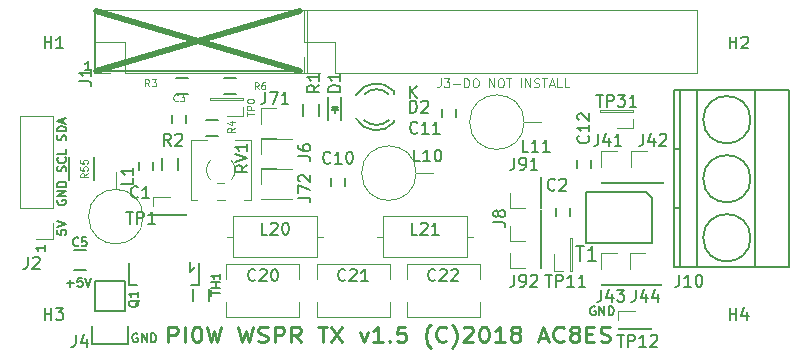
<source format=gbr>
G04 #@! TF.FileFunction,Legend,Top*
%FSLAX46Y46*%
G04 Gerber Fmt 4.6, Leading zero omitted, Abs format (unit mm)*
G04 Created by KiCad (PCBNEW 4.0.6) date Sunday, December 16, 2018 'PMt' 05:25:45 PM*
%MOMM*%
%LPD*%
G01*
G04 APERTURE LIST*
%ADD10C,0.100000*%
%ADD11C,0.500000*%
%ADD12C,0.150000*%
%ADD13C,0.190500*%
%ADD14C,0.125000*%
%ADD15C,0.187500*%
%ADD16C,0.254000*%
%ADD17C,0.120000*%
%ADD18C,0.090000*%
G04 APERTURE END LIST*
D10*
D11*
X103000000Y-61700000D02*
X85700000Y-66800000D01*
X85700000Y-61700000D02*
X103000000Y-66800000D01*
D12*
X85598000Y-66802000D02*
X85598000Y-61849000D01*
X103124000Y-66802000D02*
X85598000Y-66802000D01*
D13*
X89208428Y-89027000D02*
X89135857Y-88990714D01*
X89027000Y-88990714D01*
X88918143Y-89027000D01*
X88845571Y-89099571D01*
X88809286Y-89172143D01*
X88773000Y-89317286D01*
X88773000Y-89426143D01*
X88809286Y-89571286D01*
X88845571Y-89643857D01*
X88918143Y-89716429D01*
X89027000Y-89752714D01*
X89099571Y-89752714D01*
X89208428Y-89716429D01*
X89244714Y-89680143D01*
X89244714Y-89426143D01*
X89099571Y-89426143D01*
X89571286Y-89752714D02*
X89571286Y-88990714D01*
X90006714Y-89752714D01*
X90006714Y-88990714D01*
X90369572Y-89752714D02*
X90369572Y-88990714D01*
X90551000Y-88990714D01*
X90659857Y-89027000D01*
X90732429Y-89099571D01*
X90768714Y-89172143D01*
X90805000Y-89317286D01*
X90805000Y-89426143D01*
X90768714Y-89571286D01*
X90732429Y-89643857D01*
X90659857Y-89716429D01*
X90551000Y-89752714D01*
X90369572Y-89752714D01*
X83221286Y-84763429D02*
X83801857Y-84763429D01*
X83511571Y-85053714D02*
X83511571Y-84473143D01*
X84527572Y-84291714D02*
X84164715Y-84291714D01*
X84128429Y-84654571D01*
X84164715Y-84618286D01*
X84237286Y-84582000D01*
X84418715Y-84582000D01*
X84491286Y-84618286D01*
X84527572Y-84654571D01*
X84563857Y-84727143D01*
X84563857Y-84908571D01*
X84527572Y-84981143D01*
X84491286Y-85017429D01*
X84418715Y-85053714D01*
X84237286Y-85053714D01*
X84164715Y-85017429D01*
X84128429Y-84981143D01*
X84781571Y-84291714D02*
X85035571Y-85053714D01*
X85289571Y-84291714D01*
D12*
X127952572Y-86747000D02*
X127881143Y-86711286D01*
X127774000Y-86711286D01*
X127666857Y-86747000D01*
X127595429Y-86818429D01*
X127559714Y-86889857D01*
X127524000Y-87032714D01*
X127524000Y-87139857D01*
X127559714Y-87282714D01*
X127595429Y-87354143D01*
X127666857Y-87425571D01*
X127774000Y-87461286D01*
X127845429Y-87461286D01*
X127952572Y-87425571D01*
X127988286Y-87389857D01*
X127988286Y-87139857D01*
X127845429Y-87139857D01*
X128309714Y-87461286D02*
X128309714Y-86711286D01*
X128738286Y-87461286D01*
X128738286Y-86711286D01*
X129095428Y-87461286D02*
X129095428Y-86711286D01*
X129274000Y-86711286D01*
X129381143Y-86747000D01*
X129452571Y-86818429D01*
X129488286Y-86889857D01*
X129524000Y-87032714D01*
X129524000Y-87139857D01*
X129488286Y-87282714D01*
X129452571Y-87354143D01*
X129381143Y-87425571D01*
X129274000Y-87461286D01*
X129095428Y-87461286D01*
D14*
X114874142Y-67407286D02*
X114874142Y-67943000D01*
X114838428Y-68050143D01*
X114766999Y-68121571D01*
X114659856Y-68157286D01*
X114588428Y-68157286D01*
X115159857Y-67407286D02*
X115624143Y-67407286D01*
X115374143Y-67693000D01*
X115481285Y-67693000D01*
X115552714Y-67728714D01*
X115588428Y-67764429D01*
X115624143Y-67835857D01*
X115624143Y-68014429D01*
X115588428Y-68085857D01*
X115552714Y-68121571D01*
X115481285Y-68157286D01*
X115267000Y-68157286D01*
X115195571Y-68121571D01*
X115159857Y-68085857D01*
X115945571Y-67871571D02*
X116517000Y-67871571D01*
X116874142Y-68157286D02*
X116874142Y-67407286D01*
X117052714Y-67407286D01*
X117159857Y-67443000D01*
X117231285Y-67514429D01*
X117267000Y-67585857D01*
X117302714Y-67728714D01*
X117302714Y-67835857D01*
X117267000Y-67978714D01*
X117231285Y-68050143D01*
X117159857Y-68121571D01*
X117052714Y-68157286D01*
X116874142Y-68157286D01*
X117767000Y-67407286D02*
X117909857Y-67407286D01*
X117981285Y-67443000D01*
X118052714Y-67514429D01*
X118088428Y-67657286D01*
X118088428Y-67907286D01*
X118052714Y-68050143D01*
X117981285Y-68121571D01*
X117909857Y-68157286D01*
X117767000Y-68157286D01*
X117695571Y-68121571D01*
X117624142Y-68050143D01*
X117588428Y-67907286D01*
X117588428Y-67657286D01*
X117624142Y-67514429D01*
X117695571Y-67443000D01*
X117767000Y-67407286D01*
X118981285Y-68157286D02*
X118981285Y-67407286D01*
X119409857Y-68157286D01*
X119409857Y-67407286D01*
X119909857Y-67407286D02*
X120052714Y-67407286D01*
X120124142Y-67443000D01*
X120195571Y-67514429D01*
X120231285Y-67657286D01*
X120231285Y-67907286D01*
X120195571Y-68050143D01*
X120124142Y-68121571D01*
X120052714Y-68157286D01*
X119909857Y-68157286D01*
X119838428Y-68121571D01*
X119766999Y-68050143D01*
X119731285Y-67907286D01*
X119731285Y-67657286D01*
X119766999Y-67514429D01*
X119838428Y-67443000D01*
X119909857Y-67407286D01*
X120445571Y-67407286D02*
X120874142Y-67407286D01*
X120659856Y-68157286D02*
X120659856Y-67407286D01*
X121695571Y-68157286D02*
X121695571Y-67407286D01*
X122052714Y-68157286D02*
X122052714Y-67407286D01*
X122481286Y-68157286D01*
X122481286Y-67407286D01*
X122802714Y-68121571D02*
X122909857Y-68157286D01*
X123088428Y-68157286D01*
X123159857Y-68121571D01*
X123195571Y-68085857D01*
X123231286Y-68014429D01*
X123231286Y-67943000D01*
X123195571Y-67871571D01*
X123159857Y-67835857D01*
X123088428Y-67800143D01*
X122945571Y-67764429D01*
X122874143Y-67728714D01*
X122838428Y-67693000D01*
X122802714Y-67621571D01*
X122802714Y-67550143D01*
X122838428Y-67478714D01*
X122874143Y-67443000D01*
X122945571Y-67407286D01*
X123124143Y-67407286D01*
X123231286Y-67443000D01*
X123445572Y-67407286D02*
X123874143Y-67407286D01*
X123659857Y-68157286D02*
X123659857Y-67407286D01*
X124088429Y-67943000D02*
X124445572Y-67943000D01*
X124017001Y-68157286D02*
X124267001Y-67407286D01*
X124517001Y-68157286D01*
X125124143Y-68157286D02*
X124767000Y-68157286D01*
X124767000Y-67407286D01*
X125731286Y-68157286D02*
X125374143Y-68157286D01*
X125374143Y-67407286D01*
D15*
X81387905Y-81559428D02*
X81387905Y-82016571D01*
X81387905Y-81788000D02*
X80587905Y-81788000D01*
X80702190Y-81864190D01*
X80778381Y-81940381D01*
X80816476Y-82016571D01*
X85210286Y-66723286D02*
X84781714Y-66723286D01*
X84996000Y-66723286D02*
X84996000Y-65973286D01*
X84924571Y-66080429D01*
X84853143Y-66151857D01*
X84781714Y-66187571D01*
X82407286Y-80253858D02*
X82407286Y-80611001D01*
X82764429Y-80646715D01*
X82728714Y-80611001D01*
X82693000Y-80539572D01*
X82693000Y-80361001D01*
X82728714Y-80289572D01*
X82764429Y-80253858D01*
X82835857Y-80218143D01*
X83014429Y-80218143D01*
X83085857Y-80253858D01*
X83121571Y-80289572D01*
X83157286Y-80361001D01*
X83157286Y-80539572D01*
X83121571Y-80611001D01*
X83085857Y-80646715D01*
X82407286Y-80003857D02*
X83157286Y-79753857D01*
X82407286Y-79503857D01*
X82443000Y-77718142D02*
X82407286Y-77789571D01*
X82407286Y-77896714D01*
X82443000Y-78003857D01*
X82514429Y-78075285D01*
X82585857Y-78111000D01*
X82728714Y-78146714D01*
X82835857Y-78146714D01*
X82978714Y-78111000D01*
X83050143Y-78075285D01*
X83121571Y-78003857D01*
X83157286Y-77896714D01*
X83157286Y-77825285D01*
X83121571Y-77718142D01*
X83085857Y-77682428D01*
X82835857Y-77682428D01*
X82835857Y-77825285D01*
X83157286Y-77361000D02*
X82407286Y-77361000D01*
X83157286Y-76932428D01*
X82407286Y-76932428D01*
X83157286Y-76575286D02*
X82407286Y-76575286D01*
X82407286Y-76396714D01*
X82443000Y-76289571D01*
X82514429Y-76218143D01*
X82585857Y-76182428D01*
X82728714Y-76146714D01*
X82835857Y-76146714D01*
X82978714Y-76182428D01*
X83050143Y-76218143D01*
X83121571Y-76289571D01*
X83157286Y-76396714D01*
X83157286Y-76575286D01*
X83121571Y-75289571D02*
X83157286Y-75182428D01*
X83157286Y-75003857D01*
X83121571Y-74932428D01*
X83085857Y-74896714D01*
X83014429Y-74860999D01*
X82943000Y-74860999D01*
X82871571Y-74896714D01*
X82835857Y-74932428D01*
X82800143Y-75003857D01*
X82764429Y-75146714D01*
X82728714Y-75218142D01*
X82693000Y-75253857D01*
X82621571Y-75289571D01*
X82550143Y-75289571D01*
X82478714Y-75253857D01*
X82443000Y-75218142D01*
X82407286Y-75146714D01*
X82407286Y-74968142D01*
X82443000Y-74860999D01*
X83085857Y-74110999D02*
X83121571Y-74146713D01*
X83157286Y-74253856D01*
X83157286Y-74325285D01*
X83121571Y-74432428D01*
X83050143Y-74503856D01*
X82978714Y-74539571D01*
X82835857Y-74575285D01*
X82728714Y-74575285D01*
X82585857Y-74539571D01*
X82514429Y-74503856D01*
X82443000Y-74432428D01*
X82407286Y-74325285D01*
X82407286Y-74253856D01*
X82443000Y-74146713D01*
X82478714Y-74110999D01*
X83157286Y-73432428D02*
X83157286Y-73789571D01*
X82407286Y-73789571D01*
X83121571Y-72646713D02*
X83157286Y-72539570D01*
X83157286Y-72360999D01*
X83121571Y-72289570D01*
X83085857Y-72253856D01*
X83014429Y-72218141D01*
X82943000Y-72218141D01*
X82871571Y-72253856D01*
X82835857Y-72289570D01*
X82800143Y-72360999D01*
X82764429Y-72503856D01*
X82728714Y-72575284D01*
X82693000Y-72610999D01*
X82621571Y-72646713D01*
X82550143Y-72646713D01*
X82478714Y-72610999D01*
X82443000Y-72575284D01*
X82407286Y-72503856D01*
X82407286Y-72325284D01*
X82443000Y-72218141D01*
X83157286Y-71896713D02*
X82407286Y-71896713D01*
X82407286Y-71718141D01*
X82443000Y-71610998D01*
X82514429Y-71539570D01*
X82585857Y-71503855D01*
X82728714Y-71468141D01*
X82835857Y-71468141D01*
X82978714Y-71503855D01*
X83050143Y-71539570D01*
X83121571Y-71610998D01*
X83157286Y-71718141D01*
X83157286Y-71896713D01*
X82943000Y-71182427D02*
X82943000Y-70825284D01*
X83157286Y-71253855D02*
X82407286Y-71003855D01*
X83157286Y-70753855D01*
D16*
X91823334Y-89742095D02*
X91823334Y-88442095D01*
X92356668Y-88442095D01*
X92490001Y-88504000D01*
X92556668Y-88565905D01*
X92623334Y-88689714D01*
X92623334Y-88875429D01*
X92556668Y-88999238D01*
X92490001Y-89061143D01*
X92356668Y-89123048D01*
X91823334Y-89123048D01*
X93223334Y-89742095D02*
X93223334Y-88442095D01*
X94156668Y-88442095D02*
X94290001Y-88442095D01*
X94423335Y-88504000D01*
X94490001Y-88565905D01*
X94556668Y-88689714D01*
X94623335Y-88937333D01*
X94623335Y-89246857D01*
X94556668Y-89494476D01*
X94490001Y-89618286D01*
X94423335Y-89680190D01*
X94290001Y-89742095D01*
X94156668Y-89742095D01*
X94023335Y-89680190D01*
X93956668Y-89618286D01*
X93890001Y-89494476D01*
X93823335Y-89246857D01*
X93823335Y-88937333D01*
X93890001Y-88689714D01*
X93956668Y-88565905D01*
X94023335Y-88504000D01*
X94156668Y-88442095D01*
X95090001Y-88442095D02*
X95423334Y-89742095D01*
X95690001Y-88813524D01*
X95956668Y-89742095D01*
X96290001Y-88442095D01*
X97756668Y-88442095D02*
X98090001Y-89742095D01*
X98356668Y-88813524D01*
X98623335Y-89742095D01*
X98956668Y-88442095D01*
X99423335Y-89680190D02*
X99623335Y-89742095D01*
X99956668Y-89742095D01*
X100090001Y-89680190D01*
X100156668Y-89618286D01*
X100223335Y-89494476D01*
X100223335Y-89370667D01*
X100156668Y-89246857D01*
X100090001Y-89184952D01*
X99956668Y-89123048D01*
X99690001Y-89061143D01*
X99556668Y-88999238D01*
X99490001Y-88937333D01*
X99423335Y-88813524D01*
X99423335Y-88689714D01*
X99490001Y-88565905D01*
X99556668Y-88504000D01*
X99690001Y-88442095D01*
X100023335Y-88442095D01*
X100223335Y-88504000D01*
X100823334Y-89742095D02*
X100823334Y-88442095D01*
X101356668Y-88442095D01*
X101490001Y-88504000D01*
X101556668Y-88565905D01*
X101623334Y-88689714D01*
X101623334Y-88875429D01*
X101556668Y-88999238D01*
X101490001Y-89061143D01*
X101356668Y-89123048D01*
X100823334Y-89123048D01*
X103023334Y-89742095D02*
X102556668Y-89123048D01*
X102223334Y-89742095D02*
X102223334Y-88442095D01*
X102756668Y-88442095D01*
X102890001Y-88504000D01*
X102956668Y-88565905D01*
X103023334Y-88689714D01*
X103023334Y-88875429D01*
X102956668Y-88999238D01*
X102890001Y-89061143D01*
X102756668Y-89123048D01*
X102223334Y-89123048D01*
X104490001Y-88442095D02*
X105290001Y-88442095D01*
X104890001Y-89742095D02*
X104890001Y-88442095D01*
X105623335Y-88442095D02*
X106556668Y-89742095D01*
X106556668Y-88442095D02*
X105623335Y-89742095D01*
X108023335Y-88875429D02*
X108356668Y-89742095D01*
X108690002Y-88875429D01*
X109956669Y-89742095D02*
X109156669Y-89742095D01*
X109556669Y-89742095D02*
X109556669Y-88442095D01*
X109423335Y-88627810D01*
X109290002Y-88751619D01*
X109156669Y-88813524D01*
X110556668Y-89618286D02*
X110623335Y-89680190D01*
X110556668Y-89742095D01*
X110490002Y-89680190D01*
X110556668Y-89618286D01*
X110556668Y-89742095D01*
X111890002Y-88442095D02*
X111223335Y-88442095D01*
X111156669Y-89061143D01*
X111223335Y-88999238D01*
X111356669Y-88937333D01*
X111690002Y-88937333D01*
X111823335Y-88999238D01*
X111890002Y-89061143D01*
X111956669Y-89184952D01*
X111956669Y-89494476D01*
X111890002Y-89618286D01*
X111823335Y-89680190D01*
X111690002Y-89742095D01*
X111356669Y-89742095D01*
X111223335Y-89680190D01*
X111156669Y-89618286D01*
X114023335Y-90237333D02*
X113956669Y-90175429D01*
X113823335Y-89989714D01*
X113756669Y-89865905D01*
X113690002Y-89680190D01*
X113623335Y-89370667D01*
X113623335Y-89123048D01*
X113690002Y-88813524D01*
X113756669Y-88627810D01*
X113823335Y-88504000D01*
X113956669Y-88318286D01*
X114023335Y-88256381D01*
X115356668Y-89618286D02*
X115290002Y-89680190D01*
X115090002Y-89742095D01*
X114956668Y-89742095D01*
X114756668Y-89680190D01*
X114623335Y-89556381D01*
X114556668Y-89432571D01*
X114490002Y-89184952D01*
X114490002Y-88999238D01*
X114556668Y-88751619D01*
X114623335Y-88627810D01*
X114756668Y-88504000D01*
X114956668Y-88442095D01*
X115090002Y-88442095D01*
X115290002Y-88504000D01*
X115356668Y-88565905D01*
X115823335Y-90237333D02*
X115890002Y-90175429D01*
X116023335Y-89989714D01*
X116090002Y-89865905D01*
X116156668Y-89680190D01*
X116223335Y-89370667D01*
X116223335Y-89123048D01*
X116156668Y-88813524D01*
X116090002Y-88627810D01*
X116023335Y-88504000D01*
X115890002Y-88318286D01*
X115823335Y-88256381D01*
X116823335Y-88565905D02*
X116890001Y-88504000D01*
X117023335Y-88442095D01*
X117356668Y-88442095D01*
X117490001Y-88504000D01*
X117556668Y-88565905D01*
X117623335Y-88689714D01*
X117623335Y-88813524D01*
X117556668Y-88999238D01*
X116756668Y-89742095D01*
X117623335Y-89742095D01*
X118490001Y-88442095D02*
X118623334Y-88442095D01*
X118756668Y-88504000D01*
X118823334Y-88565905D01*
X118890001Y-88689714D01*
X118956668Y-88937333D01*
X118956668Y-89246857D01*
X118890001Y-89494476D01*
X118823334Y-89618286D01*
X118756668Y-89680190D01*
X118623334Y-89742095D01*
X118490001Y-89742095D01*
X118356668Y-89680190D01*
X118290001Y-89618286D01*
X118223334Y-89494476D01*
X118156668Y-89246857D01*
X118156668Y-88937333D01*
X118223334Y-88689714D01*
X118290001Y-88565905D01*
X118356668Y-88504000D01*
X118490001Y-88442095D01*
X120290001Y-89742095D02*
X119490001Y-89742095D01*
X119890001Y-89742095D02*
X119890001Y-88442095D01*
X119756667Y-88627810D01*
X119623334Y-88751619D01*
X119490001Y-88813524D01*
X121090000Y-88999238D02*
X120956667Y-88937333D01*
X120890000Y-88875429D01*
X120823334Y-88751619D01*
X120823334Y-88689714D01*
X120890000Y-88565905D01*
X120956667Y-88504000D01*
X121090000Y-88442095D01*
X121356667Y-88442095D01*
X121490000Y-88504000D01*
X121556667Y-88565905D01*
X121623334Y-88689714D01*
X121623334Y-88751619D01*
X121556667Y-88875429D01*
X121490000Y-88937333D01*
X121356667Y-88999238D01*
X121090000Y-88999238D01*
X120956667Y-89061143D01*
X120890000Y-89123048D01*
X120823334Y-89246857D01*
X120823334Y-89494476D01*
X120890000Y-89618286D01*
X120956667Y-89680190D01*
X121090000Y-89742095D01*
X121356667Y-89742095D01*
X121490000Y-89680190D01*
X121556667Y-89618286D01*
X121623334Y-89494476D01*
X121623334Y-89246857D01*
X121556667Y-89123048D01*
X121490000Y-89061143D01*
X121356667Y-88999238D01*
X123223334Y-89370667D02*
X123890000Y-89370667D01*
X123090000Y-89742095D02*
X123556667Y-88442095D01*
X124023334Y-89742095D01*
X125290000Y-89618286D02*
X125223334Y-89680190D01*
X125023334Y-89742095D01*
X124890000Y-89742095D01*
X124690000Y-89680190D01*
X124556667Y-89556381D01*
X124490000Y-89432571D01*
X124423334Y-89184952D01*
X124423334Y-88999238D01*
X124490000Y-88751619D01*
X124556667Y-88627810D01*
X124690000Y-88504000D01*
X124890000Y-88442095D01*
X125023334Y-88442095D01*
X125223334Y-88504000D01*
X125290000Y-88565905D01*
X126090000Y-88999238D02*
X125956667Y-88937333D01*
X125890000Y-88875429D01*
X125823334Y-88751619D01*
X125823334Y-88689714D01*
X125890000Y-88565905D01*
X125956667Y-88504000D01*
X126090000Y-88442095D01*
X126356667Y-88442095D01*
X126490000Y-88504000D01*
X126556667Y-88565905D01*
X126623334Y-88689714D01*
X126623334Y-88751619D01*
X126556667Y-88875429D01*
X126490000Y-88937333D01*
X126356667Y-88999238D01*
X126090000Y-88999238D01*
X125956667Y-89061143D01*
X125890000Y-89123048D01*
X125823334Y-89246857D01*
X125823334Y-89494476D01*
X125890000Y-89618286D01*
X125956667Y-89680190D01*
X126090000Y-89742095D01*
X126356667Y-89742095D01*
X126490000Y-89680190D01*
X126556667Y-89618286D01*
X126623334Y-89494476D01*
X126623334Y-89246857D01*
X126556667Y-89123048D01*
X126490000Y-89061143D01*
X126356667Y-88999238D01*
X127223333Y-89061143D02*
X127690000Y-89061143D01*
X127890000Y-89742095D02*
X127223333Y-89742095D01*
X127223333Y-88442095D01*
X127890000Y-88442095D01*
X128423334Y-89680190D02*
X128623334Y-89742095D01*
X128956667Y-89742095D01*
X129090000Y-89680190D01*
X129156667Y-89618286D01*
X129223334Y-89494476D01*
X129223334Y-89370667D01*
X129156667Y-89246857D01*
X129090000Y-89184952D01*
X128956667Y-89123048D01*
X128690000Y-89061143D01*
X128556667Y-88999238D01*
X128490000Y-88937333D01*
X128423334Y-88813524D01*
X128423334Y-88689714D01*
X128490000Y-88565905D01*
X128556667Y-88504000D01*
X128690000Y-88442095D01*
X129023334Y-88442095D01*
X129223334Y-88504000D01*
D17*
X131004000Y-76200000D02*
X131004000Y-76260000D01*
X131004000Y-76260000D02*
X133664000Y-76260000D01*
X133664000Y-76260000D02*
X133664000Y-76200000D01*
X133664000Y-76200000D02*
X131004000Y-76200000D01*
X131004000Y-74930000D02*
X131004000Y-73600000D01*
X131004000Y-73600000D02*
X132334000Y-73600000D01*
X97292000Y-79106000D02*
X97292000Y-82526000D01*
X97292000Y-82526000D02*
X104412000Y-82526000D01*
X104412000Y-82526000D02*
X104412000Y-79106000D01*
X104412000Y-79106000D02*
X97292000Y-79106000D01*
X96752000Y-80816000D02*
X97292000Y-80816000D01*
X104952000Y-80816000D02*
X104412000Y-80816000D01*
X96736000Y-83128000D02*
X102856000Y-83128000D01*
X96736000Y-87648000D02*
X102856000Y-87648000D01*
X96736000Y-83128000D02*
X96736000Y-84392000D01*
X96736000Y-86384000D02*
X96736000Y-87648000D01*
X102856000Y-83128000D02*
X102856000Y-84392000D01*
X102856000Y-86384000D02*
X102856000Y-87648000D01*
X110556000Y-87648000D02*
X104436000Y-87648000D01*
X110556000Y-83128000D02*
X104436000Y-83128000D01*
X110556000Y-87648000D02*
X110556000Y-86384000D01*
X110556000Y-84392000D02*
X110556000Y-83128000D01*
X104436000Y-87648000D02*
X104436000Y-86384000D01*
X104436000Y-84392000D02*
X104436000Y-83128000D01*
X118176000Y-87648000D02*
X112056000Y-87648000D01*
X118176000Y-83128000D02*
X112056000Y-83128000D01*
X118176000Y-87648000D02*
X118176000Y-86384000D01*
X118176000Y-84392000D02*
X118176000Y-83128000D01*
X112056000Y-87648000D02*
X112056000Y-86384000D01*
X112056000Y-84392000D02*
X112056000Y-83128000D01*
X99635000Y-75057000D02*
X99635000Y-75117000D01*
X99635000Y-75117000D02*
X102295000Y-75117000D01*
X102295000Y-75117000D02*
X102295000Y-75057000D01*
X102295000Y-75057000D02*
X99635000Y-75057000D01*
X99635000Y-73787000D02*
X99635000Y-72457000D01*
X99635000Y-72457000D02*
X100965000Y-72457000D01*
X123317000Y-81213000D02*
X123377000Y-81213000D01*
X123377000Y-81213000D02*
X123377000Y-78553000D01*
X123377000Y-78553000D02*
X123317000Y-78553000D01*
X123317000Y-78553000D02*
X123317000Y-81213000D01*
X122047000Y-81213000D02*
X120717000Y-81213000D01*
X120717000Y-81213000D02*
X120717000Y-79883000D01*
X112800000Y-75438000D02*
G75*
G03X112800000Y-75438000I-2310000J0D01*
G01*
X112800000Y-75438000D02*
X114270000Y-75438000D01*
X121944000Y-71120000D02*
G75*
G03X121944000Y-71120000I-2310000J0D01*
G01*
X121944000Y-71120000D02*
X123414000Y-71120000D01*
X109992000Y-79106000D02*
X109992000Y-82526000D01*
X109992000Y-82526000D02*
X117112000Y-82526000D01*
X117112000Y-82526000D02*
X117112000Y-79106000D01*
X117112000Y-79106000D02*
X109992000Y-79106000D01*
X109452000Y-80816000D02*
X109992000Y-80816000D01*
X117652000Y-80816000D02*
X117112000Y-80816000D01*
X89686000Y-79121000D02*
G75*
G03X89686000Y-79121000I-2310000J0D01*
G01*
X87376000Y-76811000D02*
X87376000Y-75341000D01*
D12*
X141106000Y-80910000D02*
G75*
G03X141106000Y-80910000I-2000000J0D01*
G01*
X135106000Y-78410000D02*
X134606000Y-78410000D01*
X135106000Y-73410000D02*
X134606000Y-73410000D01*
X141106000Y-75910000D02*
G75*
G03X141106000Y-75910000I-2000000J0D01*
G01*
X141106000Y-70910000D02*
G75*
G03X141106000Y-70910000I-2000000J0D01*
G01*
X136606000Y-68410000D02*
X136606000Y-83410000D01*
X141506000Y-68410000D02*
X141506000Y-83410000D01*
X135106000Y-68410000D02*
X135106000Y-83410000D01*
X134606000Y-68410000D02*
X134606000Y-83410000D01*
X134606000Y-83410000D02*
X144406000Y-83410000D01*
X144406000Y-83410000D02*
X144406000Y-68410000D01*
X144406000Y-68410000D02*
X134606000Y-68410000D01*
D17*
X99635000Y-72517000D02*
X99635000Y-72577000D01*
X99635000Y-72577000D02*
X102295000Y-72577000D01*
X102295000Y-72577000D02*
X102295000Y-72517000D01*
X102295000Y-72517000D02*
X99635000Y-72517000D01*
X99635000Y-71247000D02*
X99635000Y-69917000D01*
X99635000Y-69917000D02*
X100965000Y-69917000D01*
X99635000Y-77597000D02*
X99635000Y-77657000D01*
X99635000Y-77657000D02*
X102295000Y-77657000D01*
X102295000Y-77657000D02*
X102295000Y-77597000D01*
X102295000Y-77597000D02*
X99635000Y-77597000D01*
X99635000Y-76327000D02*
X99635000Y-74997000D01*
X99635000Y-74997000D02*
X100965000Y-74997000D01*
X123317000Y-78419000D02*
X123377000Y-78419000D01*
X123377000Y-78419000D02*
X123377000Y-75759000D01*
X123377000Y-75759000D02*
X123317000Y-75759000D01*
X123317000Y-75759000D02*
X123317000Y-78419000D01*
X122047000Y-78419000D02*
X120717000Y-78419000D01*
X120717000Y-78419000D02*
X120717000Y-77089000D01*
D12*
X105368000Y-69004000D02*
X105368000Y-70904000D01*
X106468000Y-69004000D02*
X106468000Y-70904000D01*
X105918000Y-69904000D02*
X105918000Y-70354000D01*
X106168000Y-69854000D02*
X105668000Y-69854000D01*
X105918000Y-69854000D02*
X106168000Y-70104000D01*
X106168000Y-70104000D02*
X105668000Y-70104000D01*
X105668000Y-70104000D02*
X105918000Y-69854000D01*
X104561000Y-69604000D02*
X104561000Y-70604000D01*
X103211000Y-70604000D02*
X103211000Y-69604000D01*
D17*
X90558000Y-78867000D02*
X90558000Y-78987000D01*
X90558000Y-78987000D02*
X93338000Y-78987000D01*
X93338000Y-78987000D02*
X93338000Y-78867000D01*
X93338000Y-78867000D02*
X90558000Y-78867000D01*
X90558000Y-78232000D02*
X90558000Y-77477000D01*
X90558000Y-77477000D02*
X91948000Y-77477000D01*
X125857000Y-83686000D02*
X125977000Y-83686000D01*
X125977000Y-83686000D02*
X125977000Y-80906000D01*
X125977000Y-80906000D02*
X125857000Y-80906000D01*
X125857000Y-80906000D02*
X125857000Y-83686000D01*
X125222000Y-83686000D02*
X124467000Y-83686000D01*
X124467000Y-83686000D02*
X124467000Y-82296000D01*
X129928000Y-88519000D02*
X129928000Y-88639000D01*
X129928000Y-88639000D02*
X132708000Y-88639000D01*
X132708000Y-88639000D02*
X132708000Y-88519000D01*
X132708000Y-88519000D02*
X129928000Y-88519000D01*
X129928000Y-87884000D02*
X129928000Y-87129000D01*
X129928000Y-87129000D02*
X131318000Y-87129000D01*
X131184000Y-70231000D02*
X131184000Y-70111000D01*
X131184000Y-70111000D02*
X128404000Y-70111000D01*
X128404000Y-70111000D02*
X128404000Y-70231000D01*
X128404000Y-70231000D02*
X131184000Y-70231000D01*
X131184000Y-70866000D02*
X131184000Y-71621000D01*
X131184000Y-71621000D02*
X129794000Y-71621000D01*
X82040000Y-78350000D02*
X82040000Y-70610000D01*
X82040000Y-70610000D02*
X79260000Y-70610000D01*
X79260000Y-70610000D02*
X79260000Y-78350000D01*
X79260000Y-78350000D02*
X82040000Y-78350000D01*
X82040000Y-79620000D02*
X82040000Y-81010000D01*
X82040000Y-81010000D02*
X80650000Y-81010000D01*
X88186356Y-66977611D02*
X103546356Y-66977611D01*
X103546356Y-66977611D02*
X103546356Y-61657611D01*
X103546356Y-61657611D02*
X85526356Y-61657611D01*
X85526356Y-61657611D02*
X85526356Y-64317611D01*
X85526356Y-64317611D02*
X88186356Y-64317611D01*
X88186356Y-64317611D02*
X88186356Y-66977611D01*
X86916356Y-66977611D02*
X85526356Y-66977611D01*
X85526356Y-66977611D02*
X85526356Y-65587611D01*
D12*
X92623000Y-74176000D02*
X92623000Y-75176000D01*
X91273000Y-75176000D02*
X91273000Y-74176000D01*
D17*
X123317000Y-83499000D02*
X123377000Y-83499000D01*
X123377000Y-83499000D02*
X123377000Y-80839000D01*
X123377000Y-80839000D02*
X123317000Y-80839000D01*
X123317000Y-80839000D02*
X123317000Y-83499000D01*
X122047000Y-83499000D02*
X120717000Y-83499000D01*
X120717000Y-83499000D02*
X120717000Y-82169000D01*
X105966356Y-66977611D02*
X136566356Y-66977611D01*
X136566356Y-66977611D02*
X136566356Y-61657611D01*
X136566356Y-61657611D02*
X103306356Y-61657611D01*
X103306356Y-61657611D02*
X103306356Y-64317611D01*
X103306356Y-64317611D02*
X105966356Y-64317611D01*
X105966356Y-64317611D02*
X105966356Y-66977611D01*
X104696356Y-66977611D02*
X103306356Y-66977611D01*
X103306356Y-66977611D02*
X103306356Y-65587611D01*
D12*
X132788000Y-77507000D02*
X132296000Y-77015000D01*
X132296000Y-77015000D02*
X127209000Y-77015000D01*
X127209000Y-77015000D02*
X127209000Y-81315000D01*
X127209000Y-81315000D02*
X132788000Y-81315000D01*
X132788000Y-81315000D02*
X132788000Y-77507000D01*
D17*
X98164000Y-69215000D02*
X98164000Y-69095000D01*
X98164000Y-69095000D02*
X95384000Y-69095000D01*
X95384000Y-69095000D02*
X95384000Y-69215000D01*
X95384000Y-69215000D02*
X98164000Y-69215000D01*
X98164000Y-69850000D02*
X98164000Y-70605000D01*
X98164000Y-70605000D02*
X96774000Y-70605000D01*
X128464000Y-76200000D02*
X128464000Y-76260000D01*
X128464000Y-76260000D02*
X131124000Y-76260000D01*
X131124000Y-76260000D02*
X131124000Y-76200000D01*
X131124000Y-76200000D02*
X128464000Y-76200000D01*
X128464000Y-74930000D02*
X128464000Y-73600000D01*
X128464000Y-73600000D02*
X129794000Y-73600000D01*
X128464000Y-84836000D02*
X128464000Y-84896000D01*
X128464000Y-84896000D02*
X131124000Y-84896000D01*
X131124000Y-84896000D02*
X131124000Y-84836000D01*
X131124000Y-84836000D02*
X128464000Y-84836000D01*
X128464000Y-83566000D02*
X128464000Y-82236000D01*
X128464000Y-82236000D02*
X129794000Y-82236000D01*
X130877000Y-84836000D02*
X130877000Y-84896000D01*
X130877000Y-84896000D02*
X133537000Y-84896000D01*
X133537000Y-84896000D02*
X133537000Y-84836000D01*
X133537000Y-84836000D02*
X130877000Y-84836000D01*
X130877000Y-83566000D02*
X130877000Y-82236000D01*
X130877000Y-82236000D02*
X132207000Y-82236000D01*
D12*
X106772000Y-75850000D02*
X106772000Y-76550000D01*
X105572000Y-76550000D02*
X105572000Y-75850000D01*
X114970000Y-70708000D02*
X114970000Y-70008000D01*
X116170000Y-70008000D02*
X116170000Y-70708000D01*
X126400000Y-75026000D02*
X126400000Y-74326000D01*
X127600000Y-74326000D02*
X127600000Y-75026000D01*
X110943000Y-68536000D02*
X110943000Y-68736000D01*
X110943000Y-71130000D02*
X110943000Y-70950000D01*
X107715256Y-70819643D02*
G75*
G03X110943000Y-71136000I1727744J1003643D01*
G01*
X108390994Y-70949068D02*
G75*
G03X110494000Y-70950000I1052006J1133068D01*
G01*
X110930220Y-68509274D02*
G75*
G03X107693000Y-68856000I-1497220J-1306726D01*
G01*
X110456889Y-68736747D02*
G75*
G03X108409000Y-68756000I-1013889J-1079253D01*
G01*
X96004000Y-72303000D02*
X95004000Y-72303000D01*
X95004000Y-70953000D02*
X96004000Y-70953000D01*
X94039920Y-83365340D02*
X93791000Y-83665060D01*
X93791000Y-83665060D02*
X93689400Y-83814920D01*
X93689400Y-83814920D02*
X93689400Y-82966560D01*
X94390440Y-84866480D02*
X94390440Y-83065620D01*
X94390440Y-84866480D02*
X93740200Y-84866480D01*
X88516560Y-84866480D02*
X88516560Y-83065620D01*
X88516560Y-84866480D02*
X89166800Y-84866480D01*
X124622000Y-79090000D02*
X124622000Y-78390000D01*
X125822000Y-78390000D02*
X125822000Y-79090000D01*
X90516000Y-74453000D02*
X90516000Y-75153000D01*
X89316000Y-75153000D02*
X89316000Y-74453000D01*
X85598000Y-87122000D02*
X85598000Y-84582000D01*
X85318000Y-89942000D02*
X85318000Y-88392000D01*
X85598000Y-87122000D02*
X88138000Y-87122000D01*
X88418000Y-88392000D02*
X88418000Y-89942000D01*
X88418000Y-89942000D02*
X85318000Y-89942000D01*
X88138000Y-87122000D02*
X88138000Y-84582000D01*
X88138000Y-84582000D02*
X85598000Y-84582000D01*
X93310000Y-70516000D02*
X93310000Y-71216000D01*
X92110000Y-71216000D02*
X92110000Y-70516000D01*
D17*
X98826000Y-72624000D02*
X98826000Y-77744000D01*
X93706000Y-72624000D02*
X93706000Y-77744000D01*
X98826000Y-72624000D02*
X97446000Y-72624000D01*
X95086000Y-72624000D02*
X93706000Y-72624000D01*
X98826000Y-77744000D02*
X98246000Y-77744000D01*
X96586000Y-77744000D02*
X95946000Y-77744000D01*
X94286000Y-77744000D02*
X93706000Y-77744000D01*
X95381062Y-76009218D02*
G75*
G02X95056000Y-75184000I884938J825218D01*
G01*
X96600851Y-76342610D02*
G75*
G02X95936000Y-76344000I-334851J1158610D01*
G01*
X97155364Y-74364042D02*
G75*
G02X97146000Y-76014000I-889364J-819958D01*
G01*
X95049222Y-75205194D02*
G75*
G02X95376000Y-74354000I1216778J21194D01*
G01*
D12*
X84828000Y-81954000D02*
X83828000Y-81954000D01*
X83828000Y-83654000D02*
X84828000Y-83654000D01*
X83380000Y-76057000D02*
X83380000Y-74057000D01*
X85530000Y-74057000D02*
X85530000Y-76057000D01*
X93464000Y-68747000D02*
X92464000Y-68747000D01*
X92464000Y-67397000D02*
X93464000Y-67397000D01*
X96528000Y-67397000D02*
X97528000Y-67397000D01*
X97528000Y-68747000D02*
X96528000Y-68747000D01*
X93940000Y-86225000D02*
X93940000Y-85225000D01*
X95290000Y-85225000D02*
X95290000Y-86225000D01*
X132032477Y-72096381D02*
X132032477Y-72810667D01*
X131984857Y-72953524D01*
X131889619Y-73048762D01*
X131746762Y-73096381D01*
X131651524Y-73096381D01*
X132937239Y-72429714D02*
X132937239Y-73096381D01*
X132699143Y-72048762D02*
X132461048Y-72763048D01*
X133080096Y-72763048D01*
X133413429Y-72191619D02*
X133461048Y-72144000D01*
X133556286Y-72096381D01*
X133794382Y-72096381D01*
X133889620Y-72144000D01*
X133937239Y-72191619D01*
X133984858Y-72286857D01*
X133984858Y-72382095D01*
X133937239Y-72524952D01*
X133365810Y-73096381D01*
X133984858Y-73096381D01*
X100209143Y-80633381D02*
X99732952Y-80633381D01*
X99732952Y-79633381D01*
X100494857Y-79728619D02*
X100542476Y-79681000D01*
X100637714Y-79633381D01*
X100875810Y-79633381D01*
X100971048Y-79681000D01*
X101018667Y-79728619D01*
X101066286Y-79823857D01*
X101066286Y-79919095D01*
X101018667Y-80061952D01*
X100447238Y-80633381D01*
X101066286Y-80633381D01*
X101685333Y-79633381D02*
X101780572Y-79633381D01*
X101875810Y-79681000D01*
X101923429Y-79728619D01*
X101971048Y-79823857D01*
X102018667Y-80014333D01*
X102018667Y-80252429D01*
X101971048Y-80442905D01*
X101923429Y-80538143D01*
X101875810Y-80585762D01*
X101780572Y-80633381D01*
X101685333Y-80633381D01*
X101590095Y-80585762D01*
X101542476Y-80538143D01*
X101494857Y-80442905D01*
X101447238Y-80252429D01*
X101447238Y-80014333D01*
X101494857Y-79823857D01*
X101542476Y-79728619D01*
X101590095Y-79681000D01*
X101685333Y-79633381D01*
X81338095Y-64852381D02*
X81338095Y-63852381D01*
X81338095Y-64328571D02*
X81909524Y-64328571D01*
X81909524Y-64852381D02*
X81909524Y-63852381D01*
X82909524Y-64852381D02*
X82338095Y-64852381D01*
X82623809Y-64852381D02*
X82623809Y-63852381D01*
X82528571Y-63995238D01*
X82433333Y-64090476D01*
X82338095Y-64138095D01*
X139338095Y-64872381D02*
X139338095Y-63872381D01*
X139338095Y-64348571D02*
X139909524Y-64348571D01*
X139909524Y-64872381D02*
X139909524Y-63872381D01*
X140338095Y-63967619D02*
X140385714Y-63920000D01*
X140480952Y-63872381D01*
X140719048Y-63872381D01*
X140814286Y-63920000D01*
X140861905Y-63967619D01*
X140909524Y-64062857D01*
X140909524Y-64158095D01*
X140861905Y-64300952D01*
X140290476Y-64872381D01*
X140909524Y-64872381D01*
X99193143Y-84475143D02*
X99145524Y-84522762D01*
X99002667Y-84570381D01*
X98907429Y-84570381D01*
X98764571Y-84522762D01*
X98669333Y-84427524D01*
X98621714Y-84332286D01*
X98574095Y-84141810D01*
X98574095Y-83998952D01*
X98621714Y-83808476D01*
X98669333Y-83713238D01*
X98764571Y-83618000D01*
X98907429Y-83570381D01*
X99002667Y-83570381D01*
X99145524Y-83618000D01*
X99193143Y-83665619D01*
X99574095Y-83665619D02*
X99621714Y-83618000D01*
X99716952Y-83570381D01*
X99955048Y-83570381D01*
X100050286Y-83618000D01*
X100097905Y-83665619D01*
X100145524Y-83760857D01*
X100145524Y-83856095D01*
X100097905Y-83998952D01*
X99526476Y-84570381D01*
X100145524Y-84570381D01*
X100764571Y-83570381D02*
X100859810Y-83570381D01*
X100955048Y-83618000D01*
X101002667Y-83665619D01*
X101050286Y-83760857D01*
X101097905Y-83951333D01*
X101097905Y-84189429D01*
X101050286Y-84379905D01*
X101002667Y-84475143D01*
X100955048Y-84522762D01*
X100859810Y-84570381D01*
X100764571Y-84570381D01*
X100669333Y-84522762D01*
X100621714Y-84475143D01*
X100574095Y-84379905D01*
X100526476Y-84189429D01*
X100526476Y-83951333D01*
X100574095Y-83760857D01*
X100621714Y-83665619D01*
X100669333Y-83618000D01*
X100764571Y-83570381D01*
X106813143Y-84475143D02*
X106765524Y-84522762D01*
X106622667Y-84570381D01*
X106527429Y-84570381D01*
X106384571Y-84522762D01*
X106289333Y-84427524D01*
X106241714Y-84332286D01*
X106194095Y-84141810D01*
X106194095Y-83998952D01*
X106241714Y-83808476D01*
X106289333Y-83713238D01*
X106384571Y-83618000D01*
X106527429Y-83570381D01*
X106622667Y-83570381D01*
X106765524Y-83618000D01*
X106813143Y-83665619D01*
X107194095Y-83665619D02*
X107241714Y-83618000D01*
X107336952Y-83570381D01*
X107575048Y-83570381D01*
X107670286Y-83618000D01*
X107717905Y-83665619D01*
X107765524Y-83760857D01*
X107765524Y-83856095D01*
X107717905Y-83998952D01*
X107146476Y-84570381D01*
X107765524Y-84570381D01*
X108717905Y-84570381D02*
X108146476Y-84570381D01*
X108432190Y-84570381D02*
X108432190Y-83570381D01*
X108336952Y-83713238D01*
X108241714Y-83808476D01*
X108146476Y-83856095D01*
X114433143Y-84475143D02*
X114385524Y-84522762D01*
X114242667Y-84570381D01*
X114147429Y-84570381D01*
X114004571Y-84522762D01*
X113909333Y-84427524D01*
X113861714Y-84332286D01*
X113814095Y-84141810D01*
X113814095Y-83998952D01*
X113861714Y-83808476D01*
X113909333Y-83713238D01*
X114004571Y-83618000D01*
X114147429Y-83570381D01*
X114242667Y-83570381D01*
X114385524Y-83618000D01*
X114433143Y-83665619D01*
X114814095Y-83665619D02*
X114861714Y-83618000D01*
X114956952Y-83570381D01*
X115195048Y-83570381D01*
X115290286Y-83618000D01*
X115337905Y-83665619D01*
X115385524Y-83760857D01*
X115385524Y-83856095D01*
X115337905Y-83998952D01*
X114766476Y-84570381D01*
X115385524Y-84570381D01*
X115766476Y-83665619D02*
X115814095Y-83618000D01*
X115909333Y-83570381D01*
X116147429Y-83570381D01*
X116242667Y-83618000D01*
X116290286Y-83665619D01*
X116337905Y-83760857D01*
X116337905Y-83856095D01*
X116290286Y-83998952D01*
X115718857Y-84570381D01*
X116337905Y-84570381D01*
X102830381Y-73993333D02*
X103544667Y-73993333D01*
X103687524Y-74040953D01*
X103782762Y-74136191D01*
X103830381Y-74279048D01*
X103830381Y-74374286D01*
X102830381Y-73088571D02*
X102830381Y-73279048D01*
X102878000Y-73374286D01*
X102925619Y-73421905D01*
X103068476Y-73517143D01*
X103258952Y-73564762D01*
X103639905Y-73564762D01*
X103735143Y-73517143D01*
X103782762Y-73469524D01*
X103830381Y-73374286D01*
X103830381Y-73183809D01*
X103782762Y-73088571D01*
X103735143Y-73040952D01*
X103639905Y-72993333D01*
X103401810Y-72993333D01*
X103306571Y-73040952D01*
X103258952Y-73088571D01*
X103211333Y-73183809D01*
X103211333Y-73374286D01*
X103258952Y-73469524D01*
X103306571Y-73517143D01*
X103401810Y-73564762D01*
X119340381Y-79581333D02*
X120054667Y-79581333D01*
X120197524Y-79628953D01*
X120292762Y-79724191D01*
X120340381Y-79867048D01*
X120340381Y-79962286D01*
X119768952Y-78962286D02*
X119721333Y-79057524D01*
X119673714Y-79105143D01*
X119578476Y-79152762D01*
X119530857Y-79152762D01*
X119435619Y-79105143D01*
X119388000Y-79057524D01*
X119340381Y-78962286D01*
X119340381Y-78771809D01*
X119388000Y-78676571D01*
X119435619Y-78628952D01*
X119530857Y-78581333D01*
X119578476Y-78581333D01*
X119673714Y-78628952D01*
X119721333Y-78676571D01*
X119768952Y-78771809D01*
X119768952Y-78962286D01*
X119816571Y-79057524D01*
X119864190Y-79105143D01*
X119959429Y-79152762D01*
X120149905Y-79152762D01*
X120245143Y-79105143D01*
X120292762Y-79057524D01*
X120340381Y-78962286D01*
X120340381Y-78771809D01*
X120292762Y-78676571D01*
X120245143Y-78628952D01*
X120149905Y-78581333D01*
X119959429Y-78581333D01*
X119864190Y-78628952D01*
X119816571Y-78676571D01*
X119768952Y-78771809D01*
X113135143Y-74449381D02*
X112658952Y-74449381D01*
X112658952Y-73449381D01*
X113992286Y-74449381D02*
X113420857Y-74449381D01*
X113706571Y-74449381D02*
X113706571Y-73449381D01*
X113611333Y-73592238D01*
X113516095Y-73687476D01*
X113420857Y-73735095D01*
X114611333Y-73449381D02*
X114706572Y-73449381D01*
X114801810Y-73497000D01*
X114849429Y-73544619D01*
X114897048Y-73639857D01*
X114944667Y-73830333D01*
X114944667Y-74068429D01*
X114897048Y-74258905D01*
X114849429Y-74354143D01*
X114801810Y-74401762D01*
X114706572Y-74449381D01*
X114611333Y-74449381D01*
X114516095Y-74401762D01*
X114468476Y-74354143D01*
X114420857Y-74258905D01*
X114373238Y-74068429D01*
X114373238Y-73830333D01*
X114420857Y-73639857D01*
X114468476Y-73544619D01*
X114516095Y-73497000D01*
X114611333Y-73449381D01*
X122293143Y-73604381D02*
X121816952Y-73604381D01*
X121816952Y-72604381D01*
X123150286Y-73604381D02*
X122578857Y-73604381D01*
X122864571Y-73604381D02*
X122864571Y-72604381D01*
X122769333Y-72747238D01*
X122674095Y-72842476D01*
X122578857Y-72890095D01*
X124102667Y-73604381D02*
X123531238Y-73604381D01*
X123816952Y-73604381D02*
X123816952Y-72604381D01*
X123721714Y-72747238D01*
X123626476Y-72842476D01*
X123531238Y-72890095D01*
X112909143Y-80633381D02*
X112432952Y-80633381D01*
X112432952Y-79633381D01*
X113194857Y-79728619D02*
X113242476Y-79681000D01*
X113337714Y-79633381D01*
X113575810Y-79633381D01*
X113671048Y-79681000D01*
X113718667Y-79728619D01*
X113766286Y-79823857D01*
X113766286Y-79919095D01*
X113718667Y-80061952D01*
X113147238Y-80633381D01*
X113766286Y-80633381D01*
X114718667Y-80633381D02*
X114147238Y-80633381D01*
X114432952Y-80633381D02*
X114432952Y-79633381D01*
X114337714Y-79776238D01*
X114242476Y-79871476D01*
X114147238Y-79919095D01*
X88844381Y-75858666D02*
X88844381Y-76334857D01*
X87844381Y-76334857D01*
X88844381Y-75001523D02*
X88844381Y-75572952D01*
X88844381Y-75287238D02*
X87844381Y-75287238D01*
X87987238Y-75382476D01*
X88082476Y-75477714D01*
X88130095Y-75572952D01*
X135080477Y-84034381D02*
X135080477Y-84748667D01*
X135032857Y-84891524D01*
X134937619Y-84986762D01*
X134794762Y-85034381D01*
X134699524Y-85034381D01*
X136080477Y-85034381D02*
X135509048Y-85034381D01*
X135794762Y-85034381D02*
X135794762Y-84034381D01*
X135699524Y-84177238D01*
X135604286Y-84272476D01*
X135509048Y-84320095D01*
X136699524Y-84034381D02*
X136794763Y-84034381D01*
X136890001Y-84082000D01*
X136937620Y-84129619D01*
X136985239Y-84224857D01*
X137032858Y-84415333D01*
X137032858Y-84653429D01*
X136985239Y-84843905D01*
X136937620Y-84939143D01*
X136890001Y-84986762D01*
X136794763Y-85034381D01*
X136699524Y-85034381D01*
X136604286Y-84986762D01*
X136556667Y-84939143D01*
X136509048Y-84843905D01*
X136461429Y-84653429D01*
X136461429Y-84415333D01*
X136509048Y-84224857D01*
X136556667Y-84129619D01*
X136604286Y-84082000D01*
X136699524Y-84034381D01*
X81338095Y-87852381D02*
X81338095Y-86852381D01*
X81338095Y-87328571D02*
X81909524Y-87328571D01*
X81909524Y-87852381D02*
X81909524Y-86852381D01*
X82290476Y-86852381D02*
X82909524Y-86852381D01*
X82576190Y-87233333D01*
X82719048Y-87233333D01*
X82814286Y-87280952D01*
X82861905Y-87328571D01*
X82909524Y-87423810D01*
X82909524Y-87661905D01*
X82861905Y-87757143D01*
X82814286Y-87804762D01*
X82719048Y-87852381D01*
X82433333Y-87852381D01*
X82338095Y-87804762D01*
X82290476Y-87757143D01*
X139338095Y-87852381D02*
X139338095Y-86852381D01*
X139338095Y-87328571D02*
X139909524Y-87328571D01*
X139909524Y-87852381D02*
X139909524Y-86852381D01*
X140814286Y-87185714D02*
X140814286Y-87852381D01*
X140576190Y-86804762D02*
X140338095Y-87519048D01*
X140957143Y-87519048D01*
X100028477Y-68540381D02*
X100028477Y-69254667D01*
X99980857Y-69397524D01*
X99885619Y-69492762D01*
X99742762Y-69540381D01*
X99647524Y-69540381D01*
X100409429Y-68540381D02*
X101076096Y-68540381D01*
X100647524Y-69540381D01*
X101980858Y-69540381D02*
X101409429Y-69540381D01*
X101695143Y-69540381D02*
X101695143Y-68540381D01*
X101599905Y-68683238D01*
X101504667Y-68778476D01*
X101409429Y-68826095D01*
X102830381Y-77517523D02*
X103544667Y-77517523D01*
X103687524Y-77565143D01*
X103782762Y-77660381D01*
X103830381Y-77803238D01*
X103830381Y-77898476D01*
X102830381Y-77136571D02*
X102830381Y-76469904D01*
X103830381Y-76898476D01*
X102925619Y-76136571D02*
X102878000Y-76088952D01*
X102830381Y-75993714D01*
X102830381Y-75755618D01*
X102878000Y-75660380D01*
X102925619Y-75612761D01*
X103020857Y-75565142D01*
X103116095Y-75565142D01*
X103258952Y-75612761D01*
X103830381Y-76184190D01*
X103830381Y-75565142D01*
X121110477Y-74128381D02*
X121110477Y-74842667D01*
X121062857Y-74985524D01*
X120967619Y-75080762D01*
X120824762Y-75128381D01*
X120729524Y-75128381D01*
X121634286Y-75128381D02*
X121824762Y-75128381D01*
X121920001Y-75080762D01*
X121967620Y-75033143D01*
X122062858Y-74890286D01*
X122110477Y-74699810D01*
X122110477Y-74318857D01*
X122062858Y-74223619D01*
X122015239Y-74176000D01*
X121920001Y-74128381D01*
X121729524Y-74128381D01*
X121634286Y-74176000D01*
X121586667Y-74223619D01*
X121539048Y-74318857D01*
X121539048Y-74556952D01*
X121586667Y-74652190D01*
X121634286Y-74699810D01*
X121729524Y-74747429D01*
X121920001Y-74747429D01*
X122015239Y-74699810D01*
X122062858Y-74652190D01*
X122110477Y-74556952D01*
X123062858Y-75128381D02*
X122491429Y-75128381D01*
X122777143Y-75128381D02*
X122777143Y-74128381D01*
X122681905Y-74271238D01*
X122586667Y-74366476D01*
X122491429Y-74414095D01*
X106370381Y-68556095D02*
X105370381Y-68556095D01*
X105370381Y-68318000D01*
X105418000Y-68175142D01*
X105513238Y-68079904D01*
X105608476Y-68032285D01*
X105798952Y-67984666D01*
X105941810Y-67984666D01*
X106132286Y-68032285D01*
X106227524Y-68079904D01*
X106322762Y-68175142D01*
X106370381Y-68318000D01*
X106370381Y-68556095D01*
X106370381Y-67032285D02*
X106370381Y-67603714D01*
X106370381Y-67318000D02*
X105370381Y-67318000D01*
X105513238Y-67413238D01*
X105608476Y-67508476D01*
X105656095Y-67603714D01*
X104592381Y-67984666D02*
X104116190Y-68318000D01*
X104592381Y-68556095D02*
X103592381Y-68556095D01*
X103592381Y-68175142D01*
X103640000Y-68079904D01*
X103687619Y-68032285D01*
X103782857Y-67984666D01*
X103925714Y-67984666D01*
X104020952Y-68032285D01*
X104068571Y-68079904D01*
X104116190Y-68175142D01*
X104116190Y-68556095D01*
X104592381Y-67032285D02*
X104592381Y-67603714D01*
X104592381Y-67318000D02*
X103592381Y-67318000D01*
X103735238Y-67413238D01*
X103830476Y-67508476D01*
X103878095Y-67603714D01*
X88273095Y-78700381D02*
X88844524Y-78700381D01*
X88558809Y-79700381D02*
X88558809Y-78700381D01*
X89177857Y-79700381D02*
X89177857Y-78700381D01*
X89558810Y-78700381D01*
X89654048Y-78748000D01*
X89701667Y-78795619D01*
X89749286Y-78890857D01*
X89749286Y-79033714D01*
X89701667Y-79128952D01*
X89654048Y-79176571D01*
X89558810Y-79224190D01*
X89177857Y-79224190D01*
X90701667Y-79700381D02*
X90130238Y-79700381D01*
X90415952Y-79700381D02*
X90415952Y-78700381D01*
X90320714Y-78843238D01*
X90225476Y-78938476D01*
X90130238Y-78986095D01*
X123737905Y-84034381D02*
X124309334Y-84034381D01*
X124023619Y-85034381D02*
X124023619Y-84034381D01*
X124642667Y-85034381D02*
X124642667Y-84034381D01*
X125023620Y-84034381D01*
X125118858Y-84082000D01*
X125166477Y-84129619D01*
X125214096Y-84224857D01*
X125214096Y-84367714D01*
X125166477Y-84462952D01*
X125118858Y-84510571D01*
X125023620Y-84558190D01*
X124642667Y-84558190D01*
X126166477Y-85034381D02*
X125595048Y-85034381D01*
X125880762Y-85034381D02*
X125880762Y-84034381D01*
X125785524Y-84177238D01*
X125690286Y-84272476D01*
X125595048Y-84320095D01*
X127118858Y-85034381D02*
X126547429Y-85034381D01*
X126833143Y-85034381D02*
X126833143Y-84034381D01*
X126737905Y-84177238D01*
X126642667Y-84272476D01*
X126547429Y-84320095D01*
X129833905Y-89114381D02*
X130405334Y-89114381D01*
X130119619Y-90114381D02*
X130119619Y-89114381D01*
X130738667Y-90114381D02*
X130738667Y-89114381D01*
X131119620Y-89114381D01*
X131214858Y-89162000D01*
X131262477Y-89209619D01*
X131310096Y-89304857D01*
X131310096Y-89447714D01*
X131262477Y-89542952D01*
X131214858Y-89590571D01*
X131119620Y-89638190D01*
X130738667Y-89638190D01*
X132262477Y-90114381D02*
X131691048Y-90114381D01*
X131976762Y-90114381D02*
X131976762Y-89114381D01*
X131881524Y-89257238D01*
X131786286Y-89352476D01*
X131691048Y-89400095D01*
X132643429Y-89209619D02*
X132691048Y-89162000D01*
X132786286Y-89114381D01*
X133024382Y-89114381D01*
X133119620Y-89162000D01*
X133167239Y-89209619D01*
X133214858Y-89304857D01*
X133214858Y-89400095D01*
X133167239Y-89542952D01*
X132595810Y-90114381D01*
X133214858Y-90114381D01*
X128055905Y-68794381D02*
X128627334Y-68794381D01*
X128341619Y-69794381D02*
X128341619Y-68794381D01*
X128960667Y-69794381D02*
X128960667Y-68794381D01*
X129341620Y-68794381D01*
X129436858Y-68842000D01*
X129484477Y-68889619D01*
X129532096Y-68984857D01*
X129532096Y-69127714D01*
X129484477Y-69222952D01*
X129436858Y-69270571D01*
X129341620Y-69318190D01*
X128960667Y-69318190D01*
X129865429Y-68794381D02*
X130484477Y-68794381D01*
X130151143Y-69175333D01*
X130294001Y-69175333D01*
X130389239Y-69222952D01*
X130436858Y-69270571D01*
X130484477Y-69365810D01*
X130484477Y-69603905D01*
X130436858Y-69699143D01*
X130389239Y-69746762D01*
X130294001Y-69794381D01*
X130008286Y-69794381D01*
X129913048Y-69746762D01*
X129865429Y-69699143D01*
X131436858Y-69794381D02*
X130865429Y-69794381D01*
X131151143Y-69794381D02*
X131151143Y-68794381D01*
X131055905Y-68937238D01*
X130960667Y-69032476D01*
X130865429Y-69080095D01*
X79930667Y-82510381D02*
X79930667Y-83224667D01*
X79883047Y-83367524D01*
X79787809Y-83462762D01*
X79644952Y-83510381D01*
X79549714Y-83510381D01*
X80359238Y-82605619D02*
X80406857Y-82558000D01*
X80502095Y-82510381D01*
X80740191Y-82510381D01*
X80835429Y-82558000D01*
X80883048Y-82605619D01*
X80930667Y-82700857D01*
X80930667Y-82796095D01*
X80883048Y-82938952D01*
X80311619Y-83510381D01*
X80930667Y-83510381D01*
X84288381Y-67643333D02*
X85002667Y-67643333D01*
X85145524Y-67690953D01*
X85240762Y-67786191D01*
X85288381Y-67929048D01*
X85288381Y-68024286D01*
X85288381Y-66643333D02*
X85288381Y-67214762D01*
X85288381Y-66929048D02*
X84288381Y-66929048D01*
X84431238Y-67024286D01*
X84526476Y-67119524D01*
X84574095Y-67214762D01*
X92035334Y-73096381D02*
X91702000Y-72620190D01*
X91463905Y-73096381D02*
X91463905Y-72096381D01*
X91844858Y-72096381D01*
X91940096Y-72144000D01*
X91987715Y-72191619D01*
X92035334Y-72286857D01*
X92035334Y-72429714D01*
X91987715Y-72524952D01*
X91940096Y-72572571D01*
X91844858Y-72620190D01*
X91463905Y-72620190D01*
X92416286Y-72191619D02*
X92463905Y-72144000D01*
X92559143Y-72096381D01*
X92797239Y-72096381D01*
X92892477Y-72144000D01*
X92940096Y-72191619D01*
X92987715Y-72286857D01*
X92987715Y-72382095D01*
X92940096Y-72524952D01*
X92368667Y-73096381D01*
X92987715Y-73096381D01*
X121110477Y-84034381D02*
X121110477Y-84748667D01*
X121062857Y-84891524D01*
X120967619Y-84986762D01*
X120824762Y-85034381D01*
X120729524Y-85034381D01*
X121634286Y-85034381D02*
X121824762Y-85034381D01*
X121920001Y-84986762D01*
X121967620Y-84939143D01*
X122062858Y-84796286D01*
X122110477Y-84605810D01*
X122110477Y-84224857D01*
X122062858Y-84129619D01*
X122015239Y-84082000D01*
X121920001Y-84034381D01*
X121729524Y-84034381D01*
X121634286Y-84082000D01*
X121586667Y-84129619D01*
X121539048Y-84224857D01*
X121539048Y-84462952D01*
X121586667Y-84558190D01*
X121634286Y-84605810D01*
X121729524Y-84653429D01*
X121920001Y-84653429D01*
X122015239Y-84605810D01*
X122062858Y-84558190D01*
X122110477Y-84462952D01*
X122491429Y-84129619D02*
X122539048Y-84082000D01*
X122634286Y-84034381D01*
X122872382Y-84034381D01*
X122967620Y-84082000D01*
X123015239Y-84129619D01*
X123062858Y-84224857D01*
X123062858Y-84320095D01*
X123015239Y-84462952D01*
X122443810Y-85034381D01*
X123062858Y-85034381D01*
X126339715Y-81638857D02*
X127025429Y-81638857D01*
X126682572Y-82838857D02*
X126682572Y-81638857D01*
X128054001Y-82838857D02*
X127368286Y-82838857D01*
X127711144Y-82838857D02*
X127711144Y-81638857D01*
X127596858Y-81810286D01*
X127482572Y-81924571D01*
X127368286Y-81981714D01*
D18*
X98477429Y-70607143D02*
X98477429Y-70264286D01*
X99077429Y-70435715D02*
X98477429Y-70435715D01*
X99077429Y-70064286D02*
X98477429Y-70064286D01*
X98477429Y-69835714D01*
X98506000Y-69778572D01*
X98534571Y-69750000D01*
X98591714Y-69721429D01*
X98677429Y-69721429D01*
X98734571Y-69750000D01*
X98763143Y-69778572D01*
X98791714Y-69835714D01*
X98791714Y-70064286D01*
X98477429Y-69350000D02*
X98477429Y-69292857D01*
X98506000Y-69235714D01*
X98534571Y-69207143D01*
X98591714Y-69178572D01*
X98706000Y-69150000D01*
X98848857Y-69150000D01*
X98963143Y-69178572D01*
X99020286Y-69207143D01*
X99048857Y-69235714D01*
X99077429Y-69292857D01*
X99077429Y-69350000D01*
X99048857Y-69407143D01*
X99020286Y-69435714D01*
X98963143Y-69464286D01*
X98848857Y-69492857D01*
X98706000Y-69492857D01*
X98591714Y-69464286D01*
X98534571Y-69435714D01*
X98506000Y-69407143D01*
X98477429Y-69350000D01*
D12*
X128222477Y-72096381D02*
X128222477Y-72810667D01*
X128174857Y-72953524D01*
X128079619Y-73048762D01*
X127936762Y-73096381D01*
X127841524Y-73096381D01*
X129127239Y-72429714D02*
X129127239Y-73096381D01*
X128889143Y-72048762D02*
X128651048Y-72763048D01*
X129270096Y-72763048D01*
X130174858Y-73096381D02*
X129603429Y-73096381D01*
X129889143Y-73096381D02*
X129889143Y-72096381D01*
X129793905Y-72239238D01*
X129698667Y-72334476D01*
X129603429Y-72382095D01*
X128476477Y-85304381D02*
X128476477Y-86018667D01*
X128428857Y-86161524D01*
X128333619Y-86256762D01*
X128190762Y-86304381D01*
X128095524Y-86304381D01*
X129381239Y-85637714D02*
X129381239Y-86304381D01*
X129143143Y-85256762D02*
X128905048Y-85971048D01*
X129524096Y-85971048D01*
X129809810Y-85304381D02*
X130428858Y-85304381D01*
X130095524Y-85685333D01*
X130238382Y-85685333D01*
X130333620Y-85732952D01*
X130381239Y-85780571D01*
X130428858Y-85875810D01*
X130428858Y-86113905D01*
X130381239Y-86209143D01*
X130333620Y-86256762D01*
X130238382Y-86304381D01*
X129952667Y-86304381D01*
X129857429Y-86256762D01*
X129809810Y-86209143D01*
X131397477Y-85304381D02*
X131397477Y-86018667D01*
X131349857Y-86161524D01*
X131254619Y-86256762D01*
X131111762Y-86304381D01*
X131016524Y-86304381D01*
X132302239Y-85637714D02*
X132302239Y-86304381D01*
X132064143Y-85256762D02*
X131826048Y-85971048D01*
X132445096Y-85971048D01*
X133254620Y-85637714D02*
X133254620Y-86304381D01*
X133016524Y-85256762D02*
X132778429Y-85971048D01*
X133397477Y-85971048D01*
X105529143Y-74525143D02*
X105481524Y-74572762D01*
X105338667Y-74620381D01*
X105243429Y-74620381D01*
X105100571Y-74572762D01*
X105005333Y-74477524D01*
X104957714Y-74382286D01*
X104910095Y-74191810D01*
X104910095Y-74048952D01*
X104957714Y-73858476D01*
X105005333Y-73763238D01*
X105100571Y-73668000D01*
X105243429Y-73620381D01*
X105338667Y-73620381D01*
X105481524Y-73668000D01*
X105529143Y-73715619D01*
X106481524Y-74620381D02*
X105910095Y-74620381D01*
X106195809Y-74620381D02*
X106195809Y-73620381D01*
X106100571Y-73763238D01*
X106005333Y-73858476D01*
X105910095Y-73906095D01*
X107100571Y-73620381D02*
X107195810Y-73620381D01*
X107291048Y-73668000D01*
X107338667Y-73715619D01*
X107386286Y-73810857D01*
X107433905Y-74001333D01*
X107433905Y-74239429D01*
X107386286Y-74429905D01*
X107338667Y-74525143D01*
X107291048Y-74572762D01*
X107195810Y-74620381D01*
X107100571Y-74620381D01*
X107005333Y-74572762D01*
X106957714Y-74525143D01*
X106910095Y-74429905D01*
X106862476Y-74239429D01*
X106862476Y-74001333D01*
X106910095Y-73810857D01*
X106957714Y-73715619D01*
X107005333Y-73668000D01*
X107100571Y-73620381D01*
X112895143Y-71985143D02*
X112847524Y-72032762D01*
X112704667Y-72080381D01*
X112609429Y-72080381D01*
X112466571Y-72032762D01*
X112371333Y-71937524D01*
X112323714Y-71842286D01*
X112276095Y-71651810D01*
X112276095Y-71508952D01*
X112323714Y-71318476D01*
X112371333Y-71223238D01*
X112466571Y-71128000D01*
X112609429Y-71080381D01*
X112704667Y-71080381D01*
X112847524Y-71128000D01*
X112895143Y-71175619D01*
X113847524Y-72080381D02*
X113276095Y-72080381D01*
X113561809Y-72080381D02*
X113561809Y-71080381D01*
X113466571Y-71223238D01*
X113371333Y-71318476D01*
X113276095Y-71366095D01*
X114799905Y-72080381D02*
X114228476Y-72080381D01*
X114514190Y-72080381D02*
X114514190Y-71080381D01*
X114418952Y-71223238D01*
X114323714Y-71318476D01*
X114228476Y-71366095D01*
X127357143Y-72270857D02*
X127404762Y-72318476D01*
X127452381Y-72461333D01*
X127452381Y-72556571D01*
X127404762Y-72699429D01*
X127309524Y-72794667D01*
X127214286Y-72842286D01*
X127023810Y-72889905D01*
X126880952Y-72889905D01*
X126690476Y-72842286D01*
X126595238Y-72794667D01*
X126500000Y-72699429D01*
X126452381Y-72556571D01*
X126452381Y-72461333D01*
X126500000Y-72318476D01*
X126547619Y-72270857D01*
X127452381Y-71318476D02*
X127452381Y-71889905D01*
X127452381Y-71604191D02*
X126452381Y-71604191D01*
X126595238Y-71699429D01*
X126690476Y-71794667D01*
X126738095Y-71889905D01*
X126547619Y-70937524D02*
X126500000Y-70889905D01*
X126452381Y-70794667D01*
X126452381Y-70556571D01*
X126500000Y-70461333D01*
X126547619Y-70413714D01*
X126642857Y-70366095D01*
X126738095Y-70366095D01*
X126880952Y-70413714D01*
X127452381Y-70985143D01*
X127452381Y-70366095D01*
X112291905Y-70302381D02*
X112291905Y-69302381D01*
X112530000Y-69302381D01*
X112672858Y-69350000D01*
X112768096Y-69445238D01*
X112815715Y-69540476D01*
X112863334Y-69730952D01*
X112863334Y-69873810D01*
X112815715Y-70064286D01*
X112768096Y-70159524D01*
X112672858Y-70254762D01*
X112530000Y-70302381D01*
X112291905Y-70302381D01*
X113244286Y-69397619D02*
X113291905Y-69350000D01*
X113387143Y-69302381D01*
X113625239Y-69302381D01*
X113720477Y-69350000D01*
X113768096Y-69397619D01*
X113815715Y-69492857D01*
X113815715Y-69588095D01*
X113768096Y-69730952D01*
X113196667Y-70302381D01*
X113815715Y-70302381D01*
X112260095Y-69032381D02*
X112260095Y-68032381D01*
X112831524Y-69032381D02*
X112402952Y-68460952D01*
X112831524Y-68032381D02*
X112260095Y-68603810D01*
D18*
X97426429Y-71601000D02*
X97140714Y-71801000D01*
X97426429Y-71943857D02*
X96826429Y-71943857D01*
X96826429Y-71715285D01*
X96855000Y-71658143D01*
X96883571Y-71629571D01*
X96940714Y-71601000D01*
X97026429Y-71601000D01*
X97083571Y-71629571D01*
X97112143Y-71658143D01*
X97140714Y-71715285D01*
X97140714Y-71943857D01*
X97026429Y-71086714D02*
X97426429Y-71086714D01*
X96797857Y-71229571D02*
X97226429Y-71372428D01*
X97226429Y-71001000D01*
D12*
X89338095Y-86182190D02*
X89300000Y-86258381D01*
X89223810Y-86334571D01*
X89109524Y-86448857D01*
X89071429Y-86525048D01*
X89071429Y-86601238D01*
X89261905Y-86563143D02*
X89223810Y-86639333D01*
X89147619Y-86715524D01*
X88995238Y-86753619D01*
X88728571Y-86753619D01*
X88576190Y-86715524D01*
X88500000Y-86639333D01*
X88461905Y-86563143D01*
X88461905Y-86410762D01*
X88500000Y-86334571D01*
X88576190Y-86258381D01*
X88728571Y-86220286D01*
X88995238Y-86220286D01*
X89147619Y-86258381D01*
X89223810Y-86334571D01*
X89261905Y-86410762D01*
X89261905Y-86563143D01*
X89261905Y-85458381D02*
X89261905Y-85915524D01*
X89261905Y-85686953D02*
X88461905Y-85686953D01*
X88576190Y-85763143D01*
X88652381Y-85839334D01*
X88690476Y-85915524D01*
X124547334Y-76811143D02*
X124499715Y-76858762D01*
X124356858Y-76906381D01*
X124261620Y-76906381D01*
X124118762Y-76858762D01*
X124023524Y-76763524D01*
X123975905Y-76668286D01*
X123928286Y-76477810D01*
X123928286Y-76334952D01*
X123975905Y-76144476D01*
X124023524Y-76049238D01*
X124118762Y-75954000D01*
X124261620Y-75906381D01*
X124356858Y-75906381D01*
X124499715Y-75954000D01*
X124547334Y-76001619D01*
X124928286Y-76001619D02*
X124975905Y-75954000D01*
X125071143Y-75906381D01*
X125309239Y-75906381D01*
X125404477Y-75954000D01*
X125452096Y-76001619D01*
X125499715Y-76096857D01*
X125499715Y-76192095D01*
X125452096Y-76334952D01*
X124880667Y-76906381D01*
X125499715Y-76906381D01*
X89241334Y-77446143D02*
X89193715Y-77493762D01*
X89050858Y-77541381D01*
X88955620Y-77541381D01*
X88812762Y-77493762D01*
X88717524Y-77398524D01*
X88669905Y-77303286D01*
X88622286Y-77112810D01*
X88622286Y-76969952D01*
X88669905Y-76779476D01*
X88717524Y-76684238D01*
X88812762Y-76589000D01*
X88955620Y-76541381D01*
X89050858Y-76541381D01*
X89193715Y-76589000D01*
X89241334Y-76636619D01*
X90193715Y-77541381D02*
X89622286Y-77541381D01*
X89908000Y-77541381D02*
X89908000Y-76541381D01*
X89812762Y-76684238D01*
X89717524Y-76779476D01*
X89622286Y-76827095D01*
X83994667Y-89114381D02*
X83994667Y-89828667D01*
X83947047Y-89971524D01*
X83851809Y-90066762D01*
X83708952Y-90114381D01*
X83613714Y-90114381D01*
X84899429Y-89447714D02*
X84899429Y-90114381D01*
X84661333Y-89066762D02*
X84423238Y-89781048D01*
X85042286Y-89781048D01*
D18*
X92610000Y-69302286D02*
X92581429Y-69330857D01*
X92495715Y-69359429D01*
X92438572Y-69359429D01*
X92352857Y-69330857D01*
X92295715Y-69273714D01*
X92267143Y-69216571D01*
X92238572Y-69102286D01*
X92238572Y-69016571D01*
X92267143Y-68902286D01*
X92295715Y-68845143D01*
X92352857Y-68788000D01*
X92438572Y-68759429D01*
X92495715Y-68759429D01*
X92581429Y-68788000D01*
X92610000Y-68816571D01*
X92810000Y-68759429D02*
X93181429Y-68759429D01*
X92981429Y-68988000D01*
X93067143Y-68988000D01*
X93124286Y-69016571D01*
X93152857Y-69045143D01*
X93181429Y-69102286D01*
X93181429Y-69245143D01*
X93152857Y-69302286D01*
X93124286Y-69330857D01*
X93067143Y-69359429D01*
X92895715Y-69359429D01*
X92838572Y-69330857D01*
X92810000Y-69302286D01*
D12*
X98496381Y-74763238D02*
X98020190Y-75096572D01*
X98496381Y-75334667D02*
X97496381Y-75334667D01*
X97496381Y-74953714D01*
X97544000Y-74858476D01*
X97591619Y-74810857D01*
X97686857Y-74763238D01*
X97829714Y-74763238D01*
X97924952Y-74810857D01*
X97972571Y-74858476D01*
X98020190Y-74953714D01*
X98020190Y-75334667D01*
X97496381Y-74477524D02*
X98496381Y-74144191D01*
X97496381Y-73810857D01*
X98496381Y-72953714D02*
X98496381Y-73525143D01*
X98496381Y-73239429D02*
X97496381Y-73239429D01*
X97639238Y-73334667D01*
X97734476Y-73429905D01*
X97782095Y-73525143D01*
X84203000Y-81547857D02*
X84167286Y-81583571D01*
X84060143Y-81619286D01*
X83988714Y-81619286D01*
X83881571Y-81583571D01*
X83810143Y-81512143D01*
X83774428Y-81440714D01*
X83738714Y-81297857D01*
X83738714Y-81190714D01*
X83774428Y-81047857D01*
X83810143Y-80976429D01*
X83881571Y-80905000D01*
X83988714Y-80869286D01*
X84060143Y-80869286D01*
X84167286Y-80905000D01*
X84203000Y-80940714D01*
X84881571Y-80869286D02*
X84524428Y-80869286D01*
X84488714Y-81226429D01*
X84524428Y-81190714D01*
X84595857Y-81155000D01*
X84774428Y-81155000D01*
X84845857Y-81190714D01*
X84881571Y-81226429D01*
X84917286Y-81297857D01*
X84917286Y-81476429D01*
X84881571Y-81547857D01*
X84845857Y-81583571D01*
X84774428Y-81619286D01*
X84595857Y-81619286D01*
X84524428Y-81583571D01*
X84488714Y-81547857D01*
D18*
X84980429Y-75442715D02*
X84694714Y-75642715D01*
X84980429Y-75785572D02*
X84380429Y-75785572D01*
X84380429Y-75557000D01*
X84409000Y-75499858D01*
X84437571Y-75471286D01*
X84494714Y-75442715D01*
X84580429Y-75442715D01*
X84637571Y-75471286D01*
X84666143Y-75499858D01*
X84694714Y-75557000D01*
X84694714Y-75785572D01*
X84380429Y-74899858D02*
X84380429Y-75185572D01*
X84666143Y-75214143D01*
X84637571Y-75185572D01*
X84609000Y-75128429D01*
X84609000Y-74985572D01*
X84637571Y-74928429D01*
X84666143Y-74899858D01*
X84723286Y-74871286D01*
X84866143Y-74871286D01*
X84923286Y-74899858D01*
X84951857Y-74928429D01*
X84980429Y-74985572D01*
X84980429Y-75128429D01*
X84951857Y-75185572D01*
X84923286Y-75214143D01*
X84380429Y-74328429D02*
X84380429Y-74614143D01*
X84666143Y-74642714D01*
X84637571Y-74614143D01*
X84609000Y-74557000D01*
X84609000Y-74414143D01*
X84637571Y-74357000D01*
X84666143Y-74328429D01*
X84723286Y-74299857D01*
X84866143Y-74299857D01*
X84923286Y-74328429D01*
X84951857Y-74357000D01*
X84980429Y-74414143D01*
X84980429Y-74557000D01*
X84951857Y-74614143D01*
X84923286Y-74642714D01*
X90197000Y-68089429D02*
X89997000Y-67803714D01*
X89854143Y-68089429D02*
X89854143Y-67489429D01*
X90082715Y-67489429D01*
X90139857Y-67518000D01*
X90168429Y-67546571D01*
X90197000Y-67603714D01*
X90197000Y-67689429D01*
X90168429Y-67746571D01*
X90139857Y-67775143D01*
X90082715Y-67803714D01*
X89854143Y-67803714D01*
X90397000Y-67489429D02*
X90768429Y-67489429D01*
X90568429Y-67718000D01*
X90654143Y-67718000D01*
X90711286Y-67746571D01*
X90739857Y-67775143D01*
X90768429Y-67832286D01*
X90768429Y-67975143D01*
X90739857Y-68032286D01*
X90711286Y-68060857D01*
X90654143Y-68089429D01*
X90482715Y-68089429D01*
X90425572Y-68060857D01*
X90397000Y-68032286D01*
X99468000Y-68343429D02*
X99268000Y-68057714D01*
X99125143Y-68343429D02*
X99125143Y-67743429D01*
X99353715Y-67743429D01*
X99410857Y-67772000D01*
X99439429Y-67800571D01*
X99468000Y-67857714D01*
X99468000Y-67943429D01*
X99439429Y-68000571D01*
X99410857Y-68029143D01*
X99353715Y-68057714D01*
X99125143Y-68057714D01*
X99982286Y-67743429D02*
X99868000Y-67743429D01*
X99810857Y-67772000D01*
X99782286Y-67800571D01*
X99725143Y-67886286D01*
X99696572Y-68000571D01*
X99696572Y-68229143D01*
X99725143Y-68286286D01*
X99753715Y-68314857D01*
X99810857Y-68343429D01*
X99925143Y-68343429D01*
X99982286Y-68314857D01*
X100010857Y-68286286D01*
X100039429Y-68229143D01*
X100039429Y-68086286D01*
X100010857Y-68029143D01*
X99982286Y-68000571D01*
X99925143Y-67972000D01*
X99810857Y-67972000D01*
X99753715Y-68000571D01*
X99725143Y-68029143D01*
X99696572Y-68086286D01*
D12*
X95474286Y-85800285D02*
X95474286Y-85371714D01*
X96224286Y-85586000D02*
X95474286Y-85586000D01*
X96224286Y-85121714D02*
X95474286Y-85121714D01*
X95831429Y-85121714D02*
X95831429Y-84693142D01*
X96224286Y-84693142D02*
X95474286Y-84693142D01*
X96224286Y-83943142D02*
X96224286Y-84371714D01*
X96224286Y-84157428D02*
X95474286Y-84157428D01*
X95581429Y-84228857D01*
X95652857Y-84300285D01*
X95688571Y-84371714D01*
M02*

</source>
